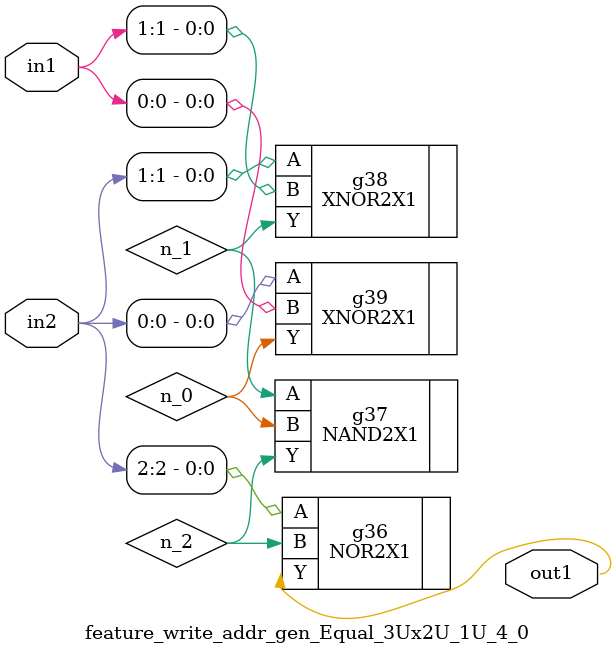
<source format=v>
`timescale 1ps / 1ps


module feature_write_addr_gen_Equal_3Ux2U_1U_4_0(in2, in1, out1);
  input [2:0] in2;
  input [1:0] in1;
  output out1;
  wire [2:0] in2;
  wire [1:0] in1;
  wire out1;
  wire n_0, n_1, n_2;
  NOR2X1 g36(.A (in2[2]), .B (n_2), .Y (out1));
  NAND2X1 g37(.A (n_1), .B (n_0), .Y (n_2));
  XNOR2X1 g38(.A (in2[1]), .B (in1[1]), .Y (n_1));
  XNOR2X1 g39(.A (in2[0]), .B (in1[0]), .Y (n_0));
endmodule



</source>
